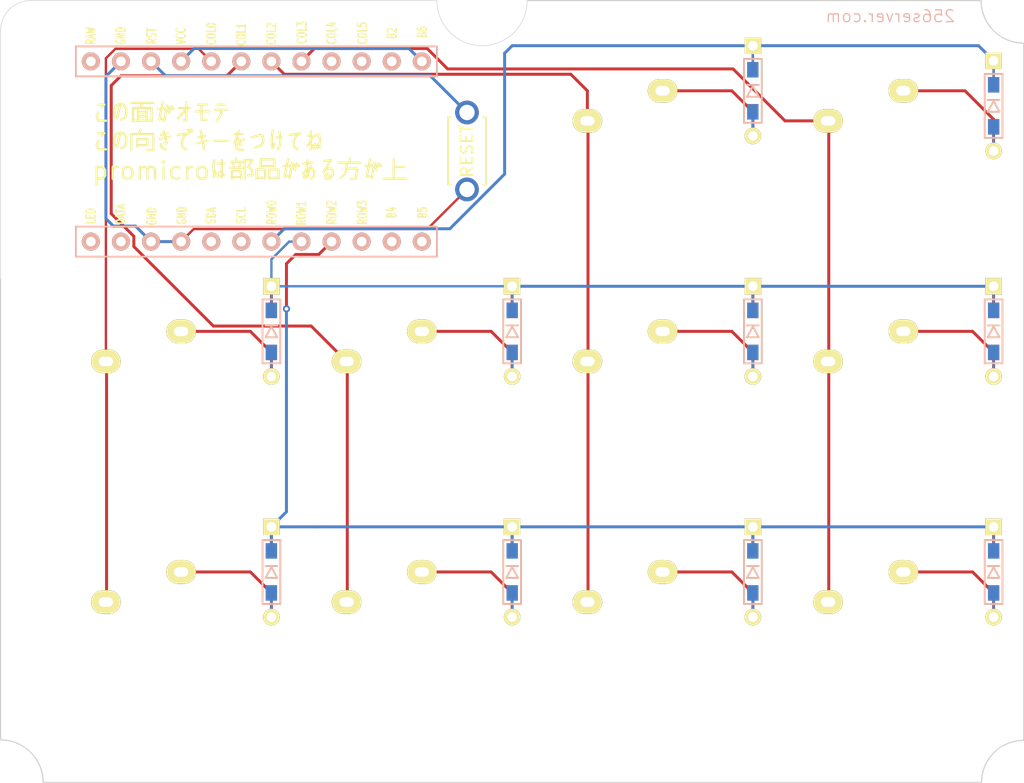
<source format=kicad_pcb>
(kicad_pcb (version 20221018) (generator pcbnew)
  (layers (0 "F.Cu" signal) (31 "B.Cu" signal) (34 "B.Paste" user) (35 "F.Paste" user) (36 "B.SilkS" user "B.Silkscreen") (37 "F.SilkS" user "F.Silkscreen") (38 "B.Mask" user) (39 "F.Mask" user) (44 "Edge.Cuts" user))
  (net 0 "")
  (net 1 "Row0")
  (net 2 "Net-(D1-A)")
  (net 3 "Net-(D2-A)")
  (net 4 "Row1")
  (net 5 "Net-(D3-A)")
  (net 6 "Net-(D4-A)")
  (net 7 "Net-(D5-A)")
  (net 8 "Net-(D6-A)")
  (net 9 "Row2")
  (net 10 "Net-(D7-A)")
  (net 11 "Net-(D8-A)")
  (net 12 "Net-(D9-A)")
  (net 13 "Net-(D10-A)")
  (net 14 "Col2")
  (net 15 "Col3")
  (net 16 "Col0")
  (net 17 "Col1")
  (net 19 "GND")
  (net 21 "VCC")
  (net 32 "Reset")
  (footprint "kbd:D3_TH_SMD" (layer "F.Cu") (at 200.66 119.38 -90)
    (fp_text reference "D10" hide)
    (fp_text value "D" hide)
    (pad "1" thru_hole rect (at -3.81 0 270) (size 1.397 1.397) (drill 0.8128) (layers "*.Cu" "*.Mask" "F.SilkS") (net 9 "Row2"))
    (pad "1" smd rect (at -1.775 0 270) (size 1.3 0.95) (layers "F.Cu" "F.Paste" "F.Mask") (net 9 "Row2"))
    (pad "1" smd rect (at -1.775 0 270) (size 1.3 0.95) (layers "B.Cu" "B.Paste" "B.Mask") (net 9 "Row2"))
    (pad "2" smd rect (at 1.775 0 270) (size 1.3 0.95) (layers "F.Cu" "F.Paste" "F.Mask") (net 13 "Net-(D10-A)"))
    (pad "2" smd rect (at 1.775 0 270) (size 1.3 0.95) (layers "B.Cu" "B.Paste" "B.Mask") (net 13 "Net-(D10-A)"))
    (pad "2" thru_hole circle (at 3.81 0 270) (size 1.397 1.397) (drill 0.8128) (layers "*.Cu" "*.Mask" "F.SilkS") (net 13 "Net-(D10-A)"))
  )
  (footprint "kbd:CherryMX_1u" (layer "F.Cu") (at 129.54 124.46)
    (fp_text reference "SW7" hide)
    (fp_text value "SW_Push" hide)
    (pad "" np_thru_hole circle (at -5.08 0 90) (size 1.9 1.9) (drill 1.9) (layers "*.Cu" "*.Mask"))
    (pad "" np_thru_hole circle (at 0 0 90) (size 4 4) (drill 4) (layers "*.Cu" "*.Mask"))
    (pad "" np_thru_hole circle (at 5.08 0 90) (size 1.9 1.9) (drill 1.9) (layers "*.Cu" "*.Mask"))
    (pad "1" thru_hole oval (at -3.81 -2.54) (size 2.5 2) (drill oval 1.2 0.8) (layers "*.Cu" "F.SilkS" "B.Mask") (net 16 "Col0"))
    (pad "2" thru_hole oval (at 2.54 -5.08) (size 2.5 2) (drill oval 1.2 0.8) (layers "*.Cu" "F.SilkS" "B.Mask") (net 10 "Net-(D7-A)"))
  )
  (footprint "kbd:CherryMX_1u" (layer "F.Cu") (at 190.5 83.82)
    (fp_text reference "SW2" hide)
    (fp_text value "SW_Push" hide)
    (pad "" np_thru_hole circle (at -5.08 0 90) (size 1.9 1.9) (drill 1.9) (layers "*.Cu" "*.Mask"))
    (pad "" np_thru_hole circle (at 0 0 90) (size 4 4) (drill 4) (layers "*.Cu" "*.Mask"))
    (pad "" np_thru_hole circle (at 5.08 0 90) (size 1.9 1.9) (drill 1.9) (layers "*.Cu" "*.Mask"))
    (pad "1" thru_hole oval (at -3.81 -2.54) (size 2.5 2) (drill oval 1.2 0.8) (layers "*.Cu" "F.SilkS" "B.Mask") (net 15 "Col3"))
    (pad "2" thru_hole oval (at 2.54 -5.08) (size 2.5 2) (drill oval 1.2 0.8) (layers "*.Cu" "F.SilkS" "B.Mask") (net 3 "Net-(D2-A)"))
  )
  (footprint "kbd:D3_TH_SMD" (layer "F.Cu") (at 180.34 78.74 -90)
    (fp_text reference "D1" hide)
    (fp_text value "D" hide)
    (pad "1" thru_hole rect (at -3.81 0 270) (size 1.397 1.397) (drill 0.8128) (layers "*.Cu" "*.Mask" "F.SilkS") (net 1 "Row0"))
    (pad "1" smd rect (at -1.775 0 270) (size 1.3 0.95) (layers "F.Cu" "F.Paste" "F.Mask") (net 1 "Row0"))
    (pad "1" smd rect (at -1.775 0 270) (size 1.3 0.95) (layers "B.Cu" "B.Paste" "B.Mask") (net 1 "Row0"))
    (pad "2" smd rect (at 1.775 0 270) (size 1.3 0.95) (layers "F.Cu" "F.Paste" "F.Mask") (net 2 "Net-(D1-A)"))
    (pad "2" smd rect (at 1.775 0 270) (size 1.3 0.95) (layers "B.Cu" "B.Paste" "B.Mask") (net 2 "Net-(D1-A)"))
    (pad "2" thru_hole circle (at 3.81 0 270) (size 1.397 1.397) (drill 0.8128) (layers "*.Cu" "*.Mask" "F.SilkS") (net 2 "Net-(D1-A)"))
  )
  (footprint "kbd:D3_TH_SMD" (layer "F.Cu") (at 200.66 80.01 -90)
    (fp_text reference "D2" hide)
    (fp_text value "D" hide)
    (pad "1" thru_hole rect (at -3.81 0 270) (size 1.397 1.397) (drill 0.8128) (layers "*.Cu" "*.Mask" "F.SilkS") (net 1 "Row0"))
    (pad "1" smd rect (at -1.775 0 270) (size 1.3 0.95) (layers "F.Cu" "F.Paste" "F.Mask") (net 1 "Row0"))
    (pad "1" smd rect (at -1.775 0 270) (size 1.3 0.95) (layers "B.Cu" "B.Paste" "B.Mask") (net 1 "Row0"))
    (pad "2" smd rect (at 1.775 0 270) (size 1.3 0.95) (layers "F.Cu" "F.Paste" "F.Mask") (net 3 "Net-(D2-A)"))
    (pad "2" smd rect (at 1.775 0 270) (size 1.3 0.95) (layers "B.Cu" "B.Paste" "B.Mask") (net 3 "Net-(D2-A)"))
    (pad "2" thru_hole circle (at 3.81 0 270) (size 1.397 1.397) (drill 0.8128) (layers "*.Cu" "*.Mask" "F.SilkS") (net 3 "Net-(D2-A)"))
  )
  (footprint "kbd:D3_TH_SMD" (layer "F.Cu") (at 180.34 99.06 -90)
    (fp_text reference "D5" hide)
    (fp_text value "D" hide)
    (pad "1" thru_hole rect (at -3.81 0 270) (size 1.397 1.397) (drill 0.8128) (layers "*.Cu" "*.Mask" "F.SilkS") (net 4 "Row1"))
    (pad "1" smd rect (at -1.775 0 270) (size 1.3 0.95) (layers "F.Cu" "F.Paste" "F.Mask") (net 4 "Row1"))
    (pad "1" smd rect (at -1.775 0 270) (size 1.3 0.95) (layers "B.Cu" "B.Paste" "B.Mask") (net 4 "Row1"))
    (pad "2" smd rect (at 1.775 0 270) (size 1.3 0.95) (layers "F.Cu" "F.Paste" "F.Mask") (net 7 "Net-(D5-A)"))
    (pad "2" smd rect (at 1.775 0 270) (size 1.3 0.95) (layers "B.Cu" "B.Paste" "B.Mask") (net 7 "Net-(D5-A)"))
    (pad "2" thru_hole circle (at 3.81 0 270) (size 1.397 1.397) (drill 0.8128) (layers "*.Cu" "*.Mask" "F.SilkS") (net 7 "Net-(D5-A)"))
  )
  (footprint "kbd:CherryMX_1u" (layer "F.Cu") (at 190.5 124.46)
    (fp_text reference "SW10" hide)
    (fp_text value "SW_Push" hide)
    (pad "" np_thru_hole circle (at -5.08 0 90) (size 1.9 1.9) (drill 1.9) (layers "*.Cu" "*.Mask"))
    (pad "" np_thru_hole circle (at 0 0 90) (size 4 4) (drill 4) (layers "*.Cu" "*.Mask"))
    (pad "" np_thru_hole circle (at 5.08 0 90) (size 1.9 1.9) (drill 1.9) (layers "*.Cu" "*.Mask"))
    (pad "1" thru_hole oval (at -3.81 -2.54) (size 2.5 2) (drill oval 1.2 0.8) (layers "*.Cu" "F.SilkS" "B.Mask") (net 15 "Col3"))
    (pad "2" thru_hole oval (at 2.54 -5.08) (size 2.5 2) (drill oval 1.2 0.8) (layers "*.Cu" "F.SilkS" "B.Mask") (net 13 "Net-(D10-A)"))
  )
  (footprint "kbd:D3_TH_SMD" (layer "F.Cu") (at 139.7 99.06 -90)
    (fp_text reference "D3" hide)
    (fp_text value "D" hide)
    (pad "1" thru_hole rect (at -3.81 0 270) (size 1.397 1.397) (drill 0.8128) (layers "*.Cu" "*.Mask" "F.SilkS") (net 4 "Row1"))
    (pad "1" smd rect (at -1.775 0 270) (size 1.3 0.95) (layers "F.Cu" "F.Paste" "F.Mask") (net 4 "Row1"))
    (pad "1" smd rect (at -1.775 0 270) (size 1.3 0.95) (layers "B.Cu" "B.Paste" "B.Mask") (net 4 "Row1"))
    (pad "2" smd rect (at 1.775 0 270) (size 1.3 0.95) (layers "F.Cu" "F.Paste" "F.Mask") (net 5 "Net-(D3-A)"))
    (pad "2" smd rect (at 1.775 0 270) (size 1.3 0.95) (layers "B.Cu" "B.Paste" "B.Mask") (net 5 "Net-(D3-A)"))
    (pad "2" thru_hole circle (at 3.81 0 270) (size 1.397 1.397) (drill 0.8128) (layers "*.Cu" "*.Mask" "F.SilkS") (net 5 "Net-(D3-A)"))
  )
  (footprint "kbd:D3_TH_SMD" (layer "F.Cu") (at 139.7 119.38 -90)
    (fp_text reference "D7" hide)
    (fp_text value "D" hide)
    (pad "1" thru_hole rect (at -3.81 0 270) (size 1.397 1.397) (drill 0.8128) (layers "*.Cu" "*.Mask" "F.SilkS") (net 9 "Row2"))
    (pad "1" smd rect (at -1.775 0 270) (size 1.3 0.95) (layers "F.Cu" "F.Paste" "F.Mask") (net 9 "Row2"))
    (pad "1" smd rect (at -1.775 0 270) (size 1.3 0.95) (layers "B.Cu" "B.Paste" "B.Mask") (net 9 "Row2"))
    (pad "2" smd rect (at 1.775 0 270) (size 1.3 0.95) (layers "F.Cu" "F.Paste" "F.Mask") (net 10 "Net-(D7-A)"))
    (pad "2" smd rect (at 1.775 0 270) (size 1.3 0.95) (layers "B.Cu" "B.Paste" "B.Mask") (net 10 "Net-(D7-A)"))
    (pad "2" thru_hole circle (at 3.81 0 270) (size 1.397 1.397) (drill 0.8128) (layers "*.Cu" "*.Mask" "F.SilkS") (net 10 "Net-(D7-A)"))
  )
  (footprint "kbd:CherryMX_1u" (layer "F.Cu") (at 170.18 83.82)
    (fp_text reference "SW1" hide)
    (fp_text value "SW_Push" hide)
    (pad "" np_thru_hole circle (at -5.08 0 90) (size 1.9 1.9) (drill 1.9) (layers "*.Cu" "*.Mask"))
    (pad "" np_thru_hole circle (at 0 0 90) (size 4 4) (drill 4) (layers "*.Cu" "*.Mask"))
    (pad "" np_thru_hole circle (at 5.08 0 90) (size 1.9 1.9) (drill 1.9) (layers "*.Cu" "*.Mask"))
    (pad "1" thru_hole oval (at -3.81 -2.54) (size 2.5 2) (drill oval 1.2 0.8) (layers "*.Cu" "F.SilkS" "B.Mask") (net 14 "Col2"))
    (pad "2" thru_hole oval (at 2.54 -5.08) (size 2.5 2) (drill oval 1.2 0.8) (layers "*.Cu" "F.SilkS" "B.Mask") (net 2 "Net-(D1-A)"))
  )
  (footprint "kbd:ResetSW_1side" (layer "F.Cu") (at 156.21 83.82 90)
    (fp_text reference "SW11" hide)
    (fp_text value "SW_Push")
    (fp_text user "RESET" (at 0 0 90) (layer "F.SilkS"))
    (pad "1" thru_hole circle (at 3.25 0 90) (size 2 2) (drill 1.3) (layers "*.Cu" "B.Mask") (net 32 "Reset"))
    (pad "2" thru_hole circle (at -3.25 0 90) (size 2 2) (drill 1.3) (layers "*.Cu" "B.Mask") (net 19 "GND"))
  )
  (footprint "kbd:D3_TH_SMD" (layer "F.Cu") (at 200.66 99.06 -90)
    (fp_text reference "D6" hide)
    (fp_text value "D" hide)
    (pad "1" thru_hole rect (at -3.81 0 270) (size 1.397 1.397) (drill 0.8128) (layers "*.Cu" "*.Mask" "F.SilkS") (net 4 "Row1"))
    (pad "1" smd rect (at -1.775 0 270) (size 1.3 0.95) (layers "F.Cu" "F.Paste" "F.Mask") (net 4 "Row1"))
    (pad "1" smd rect (at -1.775 0 270) (size 1.3 0.95) (layers "B.Cu" "B.Paste" "B.Mask") (net 4 "Row1"))
    (pad "2" smd rect (at 1.775 0 270) (size 1.3 0.95) (layers "F.Cu" "F.Paste" "F.Mask") (net 8 "Net-(D6-A)"))
    (pad "2" smd rect (at 1.775 0 270) (size 1.3 0.95) (layers "B.Cu" "B.Paste" "B.Mask") (net 8 "Net-(D6-A)"))
    (pad "2" thru_hole circle (at 3.81 0 270) (size 1.397 1.397) (drill 0.8128) (layers "*.Cu" "*.Mask" "F.SilkS") (net 8 "Net-(D6-A)"))
  )
  (footprint "kbd:CherryMX_1u" (layer "F.Cu") (at 190.5 104.14)
    (fp_text reference "SW6" hide)
    (fp_text value "SW_Push" hide)
    (pad "" np_thru_hole circle (at -5.08 0 90) (size 1.9 1.9) (drill 1.9) (layers "*.Cu" "*.Mask"))
    (pad "" np_thru_hole circle (at 0 0 90) (size 4 4) (drill 4) (layers "*.Cu" "*.Mask"))
    (pad "" np_thru_hole circle (at 5.08 0 90) (size 1.9 1.9) (drill 1.9) (layers "*.Cu" "*.Mask"))
    (pad "1" thru_hole oval (at -3.81 -2.54) (size 2.5 2) (drill oval 1.2 0.8) (layers "*.Cu" "F.SilkS" "B.Mask") (net 15 "Col3"))
    (pad "2" thru_hole oval (at 2.54 -5.08) (size 2.5 2) (drill oval 1.2 0.8) (layers "*.Cu" "F.SilkS" "B.Mask") (net 8 "Net-(D6-A)"))
  )
  (footprint "kbd:CherryMX_1u" (layer "F.Cu") (at 170.18 104.14)
    (fp_text reference "SW5" hide)
    (fp_text value "SW_Push" hide)
    (pad "" np_thru_hole circle (at -5.08 0 90) (size 1.9 1.9) (drill 1.9) (layers "*.Cu" "*.Mask"))
    (pad "" np_thru_hole circle (at 0 0 90) (size 4 4) (drill 4) (layers "*.Cu" "*.Mask"))
    (pad "" np_thru_hole circle (at 5.08 0 90) (size 1.9 1.9) (drill 1.9) (layers "*.Cu" "*.Mask"))
    (pad "1" thru_hole oval (at -3.81 -2.54) (size 2.5 2) (drill oval 1.2 0.8) (layers "*.Cu" "F.SilkS" "B.Mask") (net 14 "Col2"))
    (pad "2" thru_hole oval (at 2.54 -5.08) (size 2.5 2) (drill oval 1.2 0.8) (layers "*.Cu" "F.SilkS" "B.Mask") (net 7 "Net-(D5-A)"))
  )
  (footprint "kbd:CherryMX_1u" (layer "F.Cu") (at 129.54 104.14)
    (fp_text reference "SW3" hide)
    (fp_text value "SW_Push" hide)
    (pad "" np_thru_hole circle (at -5.08 0 90) (size 1.9 1.9) (drill 1.9) (layers "*.Cu" "*.Mask"))
    (pad "" np_thru_hole circle (at 0 0 90) (size 4 4) (drill 4) (layers "*.Cu" "*.Mask"))
    (pad "" np_thru_hole circle (at 5.08 0 90) (size 1.9 1.9) (drill 1.9) (layers "*.Cu" "*.Mask"))
    (pad "1" thru_hole oval (at -3.81 -2.54) (size 2.5 2) (drill oval 1.2 0.8) (layers "*.Cu" "F.SilkS" "B.Mask") (net 16 "Col0"))
    (pad "2" thru_hole oval (at 2.54 -5.08) (size 2.5 2) (drill oval 1.2 0.8) (layers "*.Cu" "F.SilkS" "B.Mask") (net 5 "Net-(D3-A)"))
  )
  (footprint "kbd:D3_TH_SMD" (layer "F.Cu") (at 160.02 119.38 -90)
    (fp_text reference "D8" hide)
    (fp_text value "D" hide)
    (pad "1" thru_hole rect (at -3.81 0 270) (size 1.397 1.397) (drill 0.8128) (layers "*.Cu" "*.Mask" "F.SilkS") (net 9 "Row2"))
    (pad "1" smd rect (at -1.775 0 270) (size 1.3 0.95) (layers "F.Cu" "F.Paste" "F.Mask") (net 9 "Row2"))
    (pad "1" smd rect (at -1.775 0 270) (size 1.3 0.95) (layers "B.Cu" "B.Paste" "B.Mask") (net 9 "Row2"))
    (pad "2" smd rect (at 1.775 0 270) (size 1.3 0.95) (layers "F.Cu" "F.Paste" "F.Mask") (net 11 "Net-(D8-A)"))
    (pad "2" smd rect (at 1.775 0 270) (size 1.3 0.95) (layers "B.Cu" "B.Paste" "B.Mask") (net 11 "Net-(D8-A)"))
    (pad "2" thru_hole circle (at 3.81 0 270) (size 1.397 1.397) (drill 0.8128) (layers "*.Cu" "*.Mask" "F.SilkS") (net 11 "Net-(D8-A)"))
  )
  (footprint "kbd:D3_TH_SMD" (layer "F.Cu") (at 160.02 99.06 -90)
    (fp_text reference "D4" hide)
    (fp_text value "D" hide)
    (pad "1" thru_hole rect (at -3.81 0 270) (size 1.397 1.397) (drill 0.8128) (layers "*.Cu" "*.Mask" "F.SilkS") (net 4 "Row1"))
    (pad "1" smd rect (at -1.775 0 270) (size 1.3 0.95) (layers "F.Cu" "F.Paste" "F.Mask") (net 4 "Row1"))
    (pad "1" smd rect (at -1.775 0 270) (size 1.3 0.95) (layers "B.Cu" "B.Paste" "B.Mask") (net 4 "Row1"))
    (pad "2" smd rect (at 1.775 0 270) (size 1.3 0.95) (layers "F.Cu" "F.Paste" "F.Mask") (net 6 "Net-(D4-A)"))
    (pad "2" smd rect (at 1.775 0 270) (size 1.3 0.95) (layers "B.Cu" "B.Paste" "B.Mask") (net 6 "Net-(D4-A)"))
    (pad "2" thru_hole circle (at 3.81 0 270) (size 1.397 1.397) (drill 0.8128) (layers "*.Cu" "*.Mask" "F.SilkS") (net 6 "Net-(D4-A)"))
  )
  (footprint "kbd:CherryMX_1u" (layer "F.Cu") (at 149.86 104.14)
    (fp_text reference "SW4" hide)
    (fp_text value "SW_Push" hide)
    (pad "" np_thru_hole circle (at -5.08 0 90) (size 1.9 1.9) (drill 1.9) (layers "*.Cu" "*.Mask"))
    (pad "" np_thru_hole circle (at 0 0 90) (size 4 4) (drill 4) (layers "*.Cu" "*.Mask"))
    (pad "" np_thru_hole circle (at 5.08 0 90) (size 1.9 1.9) (drill 1.9) (layers "*.Cu" "*.Mask"))
    (pad "1" thru_hole oval (at -3.81 -2.54) (size 2.5 2) (drill oval 1.2 0.8) (layers "*.Cu" "F.SilkS" "B.Mask") (net 17 "Col1"))
    (pad "2" thru_hole oval (at 2.54 -5.08) (size 2.5 2) (drill oval 1.2 0.8) (layers "*.Cu" "F.SilkS" "B.Mask") (net 6 "Net-(D4-A)"))
  )
  (footprint "kbd:CherryMX_1u" (layer "F.Cu") (at 170.18 124.46)
    (fp_text reference "SW9" hide)
    (fp_text value "SW_Push" hide)
    (pad "" np_thru_hole circle (at -5.08 0 90) (size 1.9 1.9) (drill 1.9) (layers "*.Cu" "*.Mask"))
    (pad "" np_thru_hole circle (at 0 0 90) (size 4 4) (drill 4) (layers "*.Cu" "*.Mask"))
    (pad "" np_thru_hole circle (at 5.08 0 90) (size 1.9 1.9) (drill 1.9) (layers "*.Cu" "*.Mask"))
    (pad "1" thru_hole oval (at -3.81 -2.54) (size 2.5 2) (drill oval 1.2 0.8) (layers "*.Cu" "F.SilkS" "B.Mask") (net 14 "Col2"))
    (pad "2" thru_hole oval (at 2.54 -5.08) (size 2.5 2) (drill oval 1.2 0.8) (layers "*.Cu" "F.SilkS" "B.Mask") (net 12 "Net-(D9-A)"))
  )
  (footprint "kbd:CherryMX_1u" (layer "F.Cu") (at 149.86 124.46)
    (fp_text reference "SW8" hide)
    (fp_text value "SW_Push" hide)
    (pad "" np_thru_hole circle (at -5.08 0 90) (size 1.9 1.9) (drill 1.9) (layers "*.Cu" "*.Mask"))
    (pad "" np_thru_hole circle (at 0 0 90) (size 4 4) (drill 4) (layers "*.Cu" "*.Mask"))
    (pad "" np_thru_hole circle (at 5.08 0 90) (size 1.9 1.9) (drill 1.9) (layers "*.Cu" "*.Mask"))
    (pad "1" thru_hole oval (at -3.81 -2.54) (size 2.5 2) (drill oval 1.2 0.8) (layers "*.Cu" "F.SilkS" "B.Mask") (net 17 "Col1"))
    (pad "2" thru_hole oval (at 2.54 -5.08) (size 2.5 2) (drill oval 1.2 0.8) (layers "*.Cu" "F.SilkS" "B.Mask") (net 11 "Net-(D8-A)"))
  )
  (footprint "kbd:D3_TH_SMD" (layer "F.Cu") (at 180.34 119.38 -90)
    (fp_text reference "D9" hide)
    (fp_text value "D" hide)
    (pad "1" thru_hole rect (at -3.81 0 270) (size 1.397 1.397) (drill 0.8128) (layers "*.Cu" "*.Mask" "F.SilkS") (net 9 "Row2"))
    (pad "1" smd rect (at -1.775 0 270) (size 1.3 0.95) (layers "F.Cu" "F.Paste" "F.Mask") (net 9 "Row2"))
    (pad "1" smd rect (at -1.775 0 270) (size 1.3 0.95) (layers "B.Cu" "B.Paste" "B.Mask") (net 9 "Row2"))
    (pad "2" smd rect (at 1.775 0 270) (size 1.3 0.95) (layers "F.Cu" "F.Paste" "F.Mask") (net 12 "Net-(D9-A)"))
    (pad "2" smd rect (at 1.775 0 270) (size 1.3 0.95) (layers "B.Cu" "B.Paste" "B.Mask") (net 12 "Net-(D9-A)"))
    (pad "2" thru_hole circle (at 3.81 0 270) (size 1.397 1.397) (drill 0.8128) (layers "*.Cu" "*.Mask" "F.SilkS") (net 12 "Net-(D9-A)"))
  )
  (footprint "kbd:ProMicro_v2_1side" (layer "B.Cu") (at 138.938 83.82 -90)
    (fp_text reference "U1" hide)
    (fp_text value "Micon_BLEMicroPro" hide)
    (fp_text user "" (at -0.5 17.25 90) (layer "B.SilkS") (effects (justify mirror)))
    (fp_text user "ROW1" (at 5.25 -3.302 -270) (layer "F.SilkS") (effects (font (size 0.75 0.5) (thickness 0.125))))
    (fp_text user "GND" (at 5.461 6.7945 -270) (layer "F.SilkS") (effects (font (size 0.75 0.5) (thickness 0.125))))
    (fp_text user "ROW2" (at 5.2 -5.85 -270) (layer "F.SilkS") (effects (font (size 0.75 0.5) (thickness 0.125))))
    (fp_text user "COL5" (at -9.95 -8.4455 -270) (layer "F.SilkS") (effects (font (size 0.75 0.5) (thickness 0.125))))
    (fp_text user "COL3" (at -10 -3.35 -270) (layer "F.SilkS") (effects (font (size 0.75 0.5) (thickness 0.125))))
    (fp_text user "SDA" (at 5.461 4.318 -270) (layer "F.SilkS") (effects (font (size 0.75 0.5) (thickness 0.125))))
    (fp_text user "B6" (at -10.05 -13.5 -270) (layer "F.SilkS") (effects (font (size 0.75 0.5) (thickness 0.125))))
    (fp_text user "B4" (at 5.2 -10.922 -270) (layer "F.SilkS") (effects (font (size 0.75 0.5) (thickness 0.125))))
    (fp_text user "DATA" (at 5.35 11.95 -270) (layer "F.SilkS") (effects (font (size 0.75 0.5) (thickness 0.125))))
    (fp_text user "COL2" (at -9.9 -0.762 -270) (layer "F.SilkS") (effects (font (size 0.75 0.5) (thickness 0.125))))
    (fp_text user "ROW3" (at 5.2 -8.4455 -270) (layer "F.SilkS") (effects (font (size 0.75 0.5) (thickness 0.125))))
    (fp_text user "COL1" (at -9.85 1.778 -270) (layer "F.SilkS") (effects (font (size 0.75 0.5) (thickness 0.125))))
    (fp_text user "COL0" (at -9.9 4.3 -270) (layer "F.SilkS") (effects (font (size 0.75 0.5) (thickness 0.125))))
    (fp_text user "B5" (at 5.2 -13.5255 -270) (layer "F.SilkS") (effects (font (size 0.75 0.5) (thickness 0.125))))
    (fp_text user "LED" (at 5.5 14.478 -270) (layer "F.SilkS") (effects (font (size 0.75 0.5) (thickness 0.125))))
    (fp_text user "COL4" (at -9.95 -5.85 -270) (layer "F.SilkS") (effects (font (size 0.75 0.5) (thickness 0.125))))
    (fp_text user "" (at -1.2065 16.256 90) (layer "F.SilkS"))
    (fp_text user "VCC" (at -9.7155 6.858 -270) (layer "F.SilkS") (effects (font (size 0.75 0.5) (thickness 0.125))))
    (fp_text user "RAW" (at -9.7155 14.478 -270) (layer "F.SilkS") (effects (font (size 0.75 0.5) (thickness 0.125))))
    (fp_text user "SCL" (at 5.461 1.778 -270) (layer "F.SilkS") (effects (font (size 0.75 0.5) (thickness 0.125))))
    (fp_text user "RST" (at -9.7155 9.3345 -270) (layer "F.SilkS") (effects (font (size 0.75 0.5) (thickness 0.125))))
    (fp_text user "GND" (at -9.7155 11.938 -270) (layer "F.SilkS") (effects (font (size 0.75 0.5) (thickness 0.125))))
    (fp_text user "GND" (at 5.5245 9.3345 -270) (layer "F.SilkS") (effects (font (size 0.75 0.5) (thickness 0.125))))
    (fp_text user "B2" (at -9.95 -10.95 -270) (layer "F.SilkS") (effects (font (size 0.75 0.5) (thickness 0.125))))
    (fp_text user "ROW0" (at 5.2 -0.8 -270) (layer "F.SilkS") (effects (font (size 0.75 0.5) (thickness 0.125))))
    (pad "1" thru_hole circle (at 7.6564 14.478 270) (size 1.524 1.524) (drill 0.8128) (layers "*.Cu" "B.SilkS" "F.Mask"))
    (pad "2" thru_hole circle (at 7.6564 11.938 270) (size 1.524 1.524) (drill 0.8128) (layers "*.Cu" "B.SilkS" "F.Mask"))
    (pad "3" thru_hole circle (at 7.6564 9.398 270) (size 1.524 1.524) (drill 0.8128) (layers "*.Cu" "B.SilkS" "F.Mask") (net 19 "GND"))
    (pad "4" thru_hole circle (at 7.6564 6.858 270) (size 1.524 1.524) (drill 0.8128) (layers "*.Cu" "B.SilkS" "F.Mask") (net 19 "GND"))
    (pad "5" thru_hole circle (at 7.6564 4.318 270) (size 1.524 1.524) (drill 0.8128) (layers "*.Cu" "B.SilkS" "F.Mask"))
    (pad "6" thru_hole circle (at 7.6564 1.778 270) (size 1.524 1.524) (drill 0.8128) (layers "*.Cu" "B.SilkS" "F.Mask"))
    (pad "7" thru_hole circle (at 7.6564 -0.762 270) (size 1.524 1.524) (drill 0.8128) (layers "*.Cu" "B.SilkS" "F.Mask") (net 1 "Row0"))
    (pad "8" thru_hole circle (at 7.6564 -3.302 270) (size 1.524 1.524) (drill 0.8128) (layers "*.Cu" "B.SilkS" "F.Mask") (net 4 "Row1"))
    (pad "9" thru_hole circle (at 7.6564 -5.842 270) (size 1.524 1.524) (drill 0.8128) (layers "*.Cu" "B.SilkS" "F.Mask") (net 9 "Row2"))
    (pad "10" thru_hole circle (at 7.6564 -8.382 270) (size 1.524 1.524) (drill 0.8128) (layers "*.Cu" "B.SilkS" "F.Mask"))
    (pad "11" thru_hole circle (at 7.6564 -10.922 270) (size 1.524 1.524) (drill 0.8128) (layers "*.Cu" "B.SilkS" "F.Mask"))
    (pad "12" thru_hole circle (at 7.6564 -13.462 270) (size 1.524 1.524) (drill 0.8128) (layers "*.Cu" "B.SilkS" "F.Mask"))
    (pad "13" thru_hole circle (at -7.5636 -13.462 270) (size 1.524 1.524) (drill 0.8128) (layers "*.Cu" "B.SilkS" "F.Mask"))
    (pad "14" thru_hole circle (at -7.5636 -10.922 270) (size 1.524 1.524) (drill 0.8128) (layers "*.Cu" "B.SilkS" "F.Mask"))
    (pad "15" thru_hole circle (at -7.5636 -8.382 270) (size 1.524 1.524) (drill 0.8128) (layers "*.Cu" "B.SilkS" "F.Mask"))
    (pad "16" thru_hole circle (at -7.5636 -5.842 270) (size 1.524 1.524) (drill 0.8128) (layers "*.Cu" "B.SilkS" "F.Mask"))
    (pad "17" thru_hole circle (at -7.5636 -3.302 270) (size 1.524 1.524) (drill 0.8128) (layers "*.Cu" "B.SilkS" "F.Mask") (net 15 "Col3"))
    (pad "18" thru_hole circle (at -7.5636 -0.762 270) (size 1.524 1.524) (drill 0.8128) (layers "*.Cu" "B.SilkS" "F.Mask") (net 14 "Col2"))
    (pad "19" thru_hole circle (at -7.5636 1.778 270) (size 1.524 1.524) (drill 0.8128) (layers "*.Cu" "B.SilkS" "F.Mask") (net 17 "Col1"))
    (pad "20" thru_hole circle (at -7.5636 4.318 270) (size 1.524 1.524) (drill 0.8128) (layers "*.Cu" "B.SilkS" "F.Mask") (net 16 "Col0"))
    (pad "21" thru_hole circle (at -7.5636 6.858 270) (size 1.524 1.524) (drill 0.8128) (layers "*.Cu" "B.SilkS" "F.Mask") (net 21 "VCC"))
    (pad "22" thru_hole circle (at -7.5636 9.398 270) (size 1.524 1.524) (drill 0.8128) (layers "*.Cu" "B.SilkS" "F.Mask") (net 32 "Reset"))
    (pad "23" thru_hole circle (at -7.5636 11.938 270) (size 1.524 1.524) (drill 0.8128) (layers "*.Cu" "B.SilkS" "F.Mask") (net 19 "GND"))
    (pad "24" thru_hole circle (at -7.5636 14.478 270) (size 1.524 1.524) (drill 0.8128) (layers "*.Cu" "B.SilkS" "F.Mask"))
  )
  (gr_line (start 123.19 74.9864) (end 153.67 74.9864) (stroke (width 0.1)) (layer "F.SilkS"))
  (gr_line (start 153.67 90.2064) (end 123.19 90.2064) (stroke (width 0.1)) (layer "F.SilkS"))
  (gr_line (start 123.19 92.7464) (end 123.19 90.2064) (stroke (width 0.1)) (layer "F.SilkS"))
  (gr_line (start 123.19 74.9864) (end 123.19 77.5264) (stroke (width 0.1)) (layer "F.SilkS"))
  (gr_line (start 153.67 90.2064) (end 153.67 92.7464) (stroke (width 0.1)) (layer "F.SilkS"))
  (gr_line (start 153.67 77.47) (end 123.19 77.47) (stroke (width 0.1)) (layer "F.SilkS"))
  (gr_line (start 153.67 77.5264) (end 153.67 74.9864) (stroke (width 0.1)) (layer "F.SilkS"))
  (gr_arc (start 119.38 134.62) (mid 120.15867 135.785362) (end 120.432102 137.16) (stroke (width 0.1)) (layer "Edge.Cuts"))
  (gr_line (start 116.84 94.615) (end 116.84 93.98) (stroke (width 0.05)) (layer "Edge.Cuts"))
  (gr_line (start 153.67 71.12) (end 119.38 71.12) (stroke (width 0.05)) (layer "Edge.Cuts"))
  (gr_line (start 199.644 137.16) (end 120.432102 137.16) (stroke (width 0.1)) (layer "Edge.Cuts"))
  (gr_line (start 203.2 78.74) (end 203.2 133.604) (stroke (width 0.1)) (layer "Edge.Cuts"))
  (gr_arc (start 161.29 71.12) (mid 160.174077 73.814077) (end 157.48 74.93) (stroke (width 0.05)) (layer "Edge.Cuts"))
  (gr_line (start 116.84 73.66) (end 116.84 93.98) (stroke (width 0.05)) (layer "Edge.Cuts"))
  (gr_line (start 196.85 71.12) (end 199.607898 71.12) (stroke (width 0.1)) (layer "Edge.Cuts"))
  (gr_line (start 116.84 133.567898) (end 116.84 94.615) (stroke (width 0.1)) (layer "Edge.Cuts"))
  (gr_arc (start 116.84 73.66) (mid 117.583949 71.863949) (end 119.38 71.12) (stroke (width 0.05)) (layer "Edge.Cuts"))
  (gr_arc (start 200.66 73.66) (mid 199.88133 72.494638) (end 199.607898 71.12) (stroke (width 0.1)) (layer "Edge.Cuts"))
  (gr_arc (start 203.2 74.712102) (mid 201.825362 74.43867) (end 200.66 73.66) (stroke (width 0.1)) (layer "Edge.Cuts"))
  (gr_arc (start 199.644 137.16) (mid 200.685528 134.645528) (end 203.2 133.604) (stroke (width 0.1)) (layer "Edge.Cuts"))
  (gr_line (start 196.85 71.12) (end 161.29 71.12) (stroke (width 0.1)) (layer "Edge.Cuts"))
  (gr_line (start 203.2 74.712102) (end 203.2 78.74) (stroke (width 0.1)) (layer "Edge.Cuts"))
  (gr_arc (start 116.84 133.567898) (mid 118.214638 133.84133) (end 119.38 134.62) (stroke (width 0.1)) (layer "Edge.Cuts"))
  (gr_arc (start 157.48 74.93) (mid 154.785923 73.814077) (end 153.67 71.12) (stroke (width 0.05)) (layer "Edge.Cuts"))
  (gr_text "256server.com" (at 197.485 73.025) (layer "B.SilkS") (effects (font (size 1 1) (thickness 0.1)) (justify left bottom mirror)))
  (gr_text "この面がオモテ\nこの向きでキーをつけてね\npromicroは部品がある方が上" (at 124.46 86.36) (layer "F.SilkS") (effects (font (size 1.5 1.5) (thickness 0.2)) (justify left bottom)))
  (segment (start 200.66 78.235) (end 200.66 76.2) (width 0.2) (layer "F.Cu") (net 1))
  (segment (start 180.34 76.965) (end 180.34 74.93) (width 0.2) (layer "F.Cu") (net 1))
  (segment (start 180.34 74.93) (end 160.02 74.93) (width 0.25) (layer "B.Cu") (net 1))
  (segment (start 180.34 76.965) (end 180.34 74.93) (width 0.2) (layer "B.Cu") (net 1))
  (segment (start 159.385 75.565) (end 159.385 85.768833) (width 0.25) (layer "B.Cu") (net 1))
  (segment (start 199.39 74.93) (end 200.66 76.2) (width 0.25) (layer "B.Cu") (net 1))
  (segment (start 200.66 78.235) (end 200.66 76.2) (width 0.2) (layer "B.Cu") (net 1))
  (segment (start 159.385 85.768833) (end 154.764433 90.3894) (width 0.25) (layer "B.Cu") (net 1))
  (segment (start 140.787 90.3894) (end 139.7 91.4764) (width 0.25) (layer "B.Cu") (net 1))
  (segment (start 154.764433 90.3894) (end 140.787 90.3894) (width 0.25) (layer "B.Cu") (net 1))
  (segment (start 180.34 74.93) (end 199.39 74.93) (width 0.25) (layer "B.Cu") (net 1))
  (segment (start 160.02 74.93) (end 159.385 75.565) (width 0.25) (layer "B.Cu") (net 1))
  (segment (start 178.565 78.74) (end 180.34 80.515) (width 0.25) (layer "F.Cu") (net 2))
  (segment (start 180.34 80.515) (end 180.34 82.55) (width 0.25) (layer "F.Cu") (net 2))
  (segment (start 172.72 78.74) (end 178.565 78.74) (width 0.25) (layer "F.Cu") (net 2))
  (segment (start 180.34 80.515) (end 180.34 82.55) (width 0.2) (layer "B.Cu") (net 2))
  (segment (start 198.25 78.74) (end 200.66 81.15) (width 0.25) (layer "F.Cu") (net 3))
  (segment (start 200.66 81.15) (end 200.66 83.185) (width 0.25) (layer "F.Cu") (net 3))
  (segment (start 193.04 78.74) (end 198.25 78.74) (width 0.25) (layer "F.Cu") (net 3))
  (segment (start 200.66 81.785) (end 200.66 83.82) (width 0.2) (layer "B.Cu") (net 3))
  (segment (start 200.66 95.25) (end 200.66 97.285) (width 0.25) (layer "F.Cu") (net 4))
  (segment (start 139.7 95.25) (end 139.7 97.285) (width 0.25) (layer "F.Cu") (net 4))
  (segment (start 160.02 95.25) (end 160.02 97.285) (width 0.25) (layer "F.Cu") (net 4))
  (segment (start 180.34 95.25) (end 180.34 97.285) (width 0.25) (layer "F.Cu") (net 4))
  (segment (start 160.02 95.25) (end 139.7 95.25) (width 0.2) (layer "B.Cu") (net 4))
  (segment (start 200.66 97.285) (end 200.66 95.25) (width 0.2) (layer "B.Cu") (net 4))
  (segment (start 180.34 97.285) (end 180.34 95.25) (width 0.2) (layer "B.Cu") (net 4))
  (segment (start 139.7 92.978295) (end 141.201895 91.4764) (width 0.2) (layer "B.Cu") (net 4))
  (segment (start 139.7 97.285) (end 139.7 95.25) (width 0.2) (layer "B.Cu") (net 4))
  (segment (start 141.201895 91.4764) (end 142.24 91.4764) (width 0.2) (layer "B.Cu") (net 4))
  (segment (start 180.34 95.25) (end 200.66 95.25) (width 0.25) (layer "B.Cu") (net 4))
  (segment (start 160.02 97.285) (end 160.02 95.25) (width 0.2) (layer "B.Cu") (net 4))
  (segment (start 139.7 95.25) (end 139.7 92.978295) (width 0.2) (layer "B.Cu") (net 4))
  (segment (start 160.02 95.25) (end 180.34 95.25) (width 0.25) (layer "B.Cu") (net 4))
  (segment (start 132.08 99.06) (end 137.925 99.06) (width 0.25) (layer "F.Cu") (net 5))
  (segment (start 137.925 99.06) (end 139.7 100.835) (width 0.25) (layer "F.Cu") (net 5))
  (segment (start 139.7 100.835) (end 139.7 102.87) (width 0.25) (layer "F.Cu") (net 5))
  (segment (start 139.7 100.835) (end 139.7 102.87) (width 0.2) (layer "B.Cu") (net 5))
  (segment (start 152.4 99.06) (end 158.245 99.06) (width 0.25) (layer "F.Cu") (net 6))
  (segment (start 158.245 99.06) (end 160.02 100.835) (width 0.25) (layer "F.Cu") (net 6))
  (segment (start 160.02 100.835) (end 160.02 102.87) (width 0.25) (layer "F.Cu") (net 6))
  (segment (start 160.02 100.835) (end 160.02 102.87) (width 0.2) (layer "B.Cu") (net 6))
  (segment (start 180.34 100.835) (end 180.34 102.87) (width 0.25) (layer "F.Cu") (net 7))
  (segment (start 178.565 99.06) (end 180.34 100.835) (width 0.25) (layer "F.Cu") (net 7))
  (segment (start 172.72 99.06) (end 178.565 99.06) (width 0.25) (layer "F.Cu") (net 7))
  (segment (start 180.34 100.835) (end 180.34 102.87) (width 0.2) (layer "B.Cu") (net 7))
  (segment (start 198.885 99.06) (end 200.66 100.835) (width 0.25) (layer "F.Cu") (net 8))
  (segment (start 193.04 99.06) (end 198.885 99.06) (width 0.25) (layer "F.Cu") (net 8))
  (segment (start 200.66 100.835) (end 200.66 102.87) (width 0.25) (layer "F.Cu") (net 8))
  (segment (start 200.66 100.835) (end 200.66 102.87) (width 0.2) (layer "B.Cu") (net 8))
  (segment (start 139.7 117.605) (end 139.7 115.57) (width 0.25) (layer "F.Cu") (net 9))
  (segment (start 140.97 93.345) (end 141.7516 92.5634) (width 0.25) (layer "F.Cu") (net 9))
  (segment (start 143.693 92.5634) (end 144.78 91.4764) (width 0.25) (layer "F.Cu") (net 9))
  (segment (start 200.66 115.57) (end 200.66 117.605) (width 0.25) (layer "F.Cu") (net 9))
  (segment (start 141.7516 92.5634) (end 143.693 92.5634) (width 0.25) (layer "F.Cu") (net 9))
  (segment (start 160.02 115.57) (end 160.02 117.605) (width 0.25) (layer "F.Cu") (net 9))
  (segment (start 140.97 97.155) (end 140.97 93.345) (width 0.25) (layer "F.Cu") (net 9))
  (segment (start 180.34 115.57) (end 180.34 117.605) (width 0.25) (layer "F.Cu") (net 9))
  (segment (start 139.7 115.57) (end 139.7 116.84) (width 0.25) (layer "F.Cu") (net 9))
  (via (at 140.97 97.155) (size 0.6) (drill 0.3) (layers "F.Cu" "B.Cu") (net 9))
  (segment (start 139.7 115.57) (end 139.7 117.605) (width 0.25) (layer "B.Cu") (net 9))
  (segment (start 143.51 115.57) (end 160.02 115.57) (width 0.25) (layer "B.Cu") (net 9))
  (segment (start 160.02 115.57) (end 160.02 117.605) (width 0.25) (layer "B.Cu") (net 9))
  (segment (start 180.34 115.57) (end 200.66 115.57) (width 0.25) (layer "B.Cu") (net 9))
  (segment (start 139.7 115.57) (end 140.97 114.3) (width 0.25) (layer "B.Cu") (net 9))
  (segment (start 160.02 115.57) (end 180.34 115.57) (width 0.25) (layer "B.Cu") (net 9))
  (segment (start 180.34 115.57) (end 180.34 117.605) (width 0.25) (layer "B.Cu") (net 9))
  (segment (start 140.97 114.3) (end 140.97 97.155) (width 0.25) (layer "B.Cu") (net 9))
  (segment (start 139.7 115.57) (end 143.51 115.57) (width 0.25) (layer "B.Cu") (net 9))
  (segment (start 200.66 117.605) (end 200.66 115.57) (width 0.2) (layer "B.Cu") (net 9))
  (segment (start 132.08 119.38) (end 137.925 119.38) (width 0.25) (layer "F.Cu") (net 10))
  (segment (start 137.925 119.38) (end 139.7 121.155) (width 0.25) (layer "F.Cu") (net 10))
  (segment (start 139.7 123.19) (end 139.7 121.155) (width 0.25) (layer "F.Cu") (net 10))
  (segment (start 139.7 121.155) (end 139.7 123.19) (width 0.2) (layer "B.Cu") (net 10))
  (segment (start 158.245 119.38) (end 160.02 121.155) (width 0.25) (layer "F.Cu") (net 11))
  (segment (start 152.4 119.38) (end 158.245 119.38) (width 0.25) (layer "F.Cu") (net 11))
  (segment (start 160.02 123.19) (end 160.02 121.155) (width 0.25) (layer "F.Cu") (net 11))
  (segment (start 160.02 121.155) (end 160.02 123.19) (width 0.2) (layer "B.Cu") (net 11))
  (segment (start 180.34 121.155) (end 180.34 123.19) (width 0.25) (layer "F.Cu") (net 12))
  (segment (start 172.72 119.38) (end 178.565 119.38) (width 0.25) (layer "F.Cu") (net 12))
  (segment (start 178.565 119.38) (end 180.34 121.155) (width 0.25) (layer "F.Cu") (net 12))
  (segment (start 180.34 121.155) (end 180.34 123.19) (width 0.2) (layer "B.Cu") (net 12))
  (segment (start 198.885 119.38) (end 200.66 121.155) (width 0.25) (layer "F.Cu") (net 13))
  (segment (start 200.66 121.155) (end 200.66 123.19) (width 0.25) (layer "F.Cu") (net 13))
  (segment (start 193.04 119.38) (end 198.885 119.38) (width 0.25) (layer "F.Cu") (net 13))
  (segment (start 200.66 121.155) (end 200.66 123.19) (width 0.2) (layer "B.Cu") (net 13))
  (segment (start 166.37 101.6) (end 166.425 101.655) (width 0.25) (layer "F.Cu") (net 14))
  (segment (start 166.425 121.865) (end 166.37 121.92) (width 0.25) (layer "F.Cu") (net 14))
  (segment (start 166.37 101.6) (end 166.425 101.545) (width 0.25) (layer "F.Cu") (net 14))
  (segment (start 166.37 78.74) (end 164.9734 77.3434) (width 0.25) (layer "F.Cu") (net 14))
  (segment (start 164.9734 77.3434) (end 140.787 77.3434) (width 0.25) (layer "F.Cu") (net 14))
  (segment (start 166.425 101.545) (end 166.425 81.335) (width 0.25) (layer "F.Cu") (net 14))
  (segment (start 166.37 81.28) (end 166.37 78.74) (width 0.25) (layer "F.Cu") (net 14))
  (segment (start 166.425 81.335) (end 166.37 81.28) (width 0.25) (layer "F.Cu") (net 14))
  (segment (start 140.787 77.3434) (end 139.7 76.2564) (width 0.25) (layer "F.Cu") (net 14))
  (segment (start 166.425 101.655) (end 166.425 121.865) (width 0.25) (layer "F.Cu") (net 14))
  (segment (start 186.69 81.28) (end 183.057448 81.28) (width 0.25) (layer "F.Cu") (net 15))
  (segment (start 186.69 81.28) (end 186.745 81.335) (width 0.25) (layer "F.Cu") (net 15))
  (segment (start 186.745 121.865) (end 186.745 101.655) (width 0.25) (layer "F.Cu") (net 15))
  (segment (start 186.745 101.655) (end 186.69 101.6) (width 0.25) (layer "F.Cu") (net 15))
  (segment (start 178.670848 76.8934) (end 154.574251 76.8934) (width 0.25) (layer "F.Cu") (net 15))
  (segment (start 183.057448 81.28) (end 178.670848 76.8934) (width 0.25) (layer "F.Cu") (net 15))
  (segment (start 154.574251 76.8934) (end 152.850251 75.1694) (width 0.25) (layer "F.Cu") (net 15))
  (segment (start 186.745 81.335) (end 186.745 101.545) (width 0.25) (layer "F.Cu") (net 15))
  (segment (start 186.745 101.545) (end 186.69 101.6) (width 0.25) (layer "F.Cu") (net 15))
  (segment (start 143.327 75.1694) (end 142.24 76.2564) (width 0.25) (layer "F.Cu") (net 15))
  (segment (start 186.69 121.92) (end 186.745 121.865) (width 0.25) (layer "F.Cu") (net 15))
  (segment (start 152.850251 75.1694) (end 143.327 75.1694) (width 0.25) (layer "F.Cu") (net 15))
  (segment (start 125.73 101.6) (end 125.785 101.655) (width 0.25) (layer "F.Cu") (net 16))
  (segment (start 126.5276 75.1944) (end 125.73 75.992) (width 0.2) (layer "F.Cu") (net 16))
  (segment (start 125.785 121.865) (end 125.73 121.92) (width 0.25) (layer "F.Cu") (net 16))
  (segment (start 125.785 101.655) (end 125.785 121.865) (width 0.25) (layer "F.Cu") (net 16))
  (segment (start 133.558 75.1944) (end 126.5276 75.1944) (width 0.2) (layer "F.Cu") (net 16))
  (segment (start 134.62 76.2564) (end 133.558 75.1944) (width 0.2) (layer "F.Cu") (net 16))
  (segment (start 125.73 75.992) (end 125.73 101.6) (width 0.2) (layer "F.Cu") (net 16))
  (segment (start 146.105 101.655) (end 146.05 101.6) (width 0.25) (layer "F.Cu") (net 17))
  (segment (start 126.18 89.119149) (end 128.087 91.026149) (width 0.25) (layer "F.Cu") (net 17))
  (segment (start 135.9464 77.47) (end 127 77.47) (width 0.25) (layer "F.Cu") (net 17))
  (segment (start 127 77.47) (end 126.18 78.29) (width 0.25) (layer "F.Cu") (net 17))
  (segment (start 126.18 78.29) (end 126.18 89.119149) (width 0.25) (layer "F.Cu") (net 17))
  (segment (start 146.05 121.92) (end 146.105 121.865) (width 0.25) (layer "F.Cu") (net 17))
  (segment (start 143.06 98.61) (end 146.05 101.6) (width 0.25) (layer "F.Cu") (net 17))
  (segment (start 137.16 76.2564) (end 135.9464 77.47) (width 0.25) (layer "F.Cu") (net 17))
  (segment (start 134.805 98.61) (end 143.06 98.61) (width 0.25) (layer "F.Cu") (net 17))
  (segment (start 128.087 91.892) (end 134.805 98.61) (width 0.25) (layer "F.Cu") (net 17))
  (segment (start 146.105 121.865) (end 146.105 101.655) (width 0.25) (layer "F.Cu") (net 17))
  (segment (start 128.087 91.026149) (end 128.087 91.892) (width 0.25) (layer "F.Cu") (net 17))
  (segment (start 156.21 87.07) (end 152.8656 90.4144) (width 0.2) (layer "F.Cu") (net 19))
  (segment (start 152.8656 90.4144) (end 133.142 90.4144) (width 0.2) (layer "F.Cu") (net 19))
  (segment (start 133.142 90.4144) (end 132.08 91.4764) (width 0.2) (layer "F.Cu") (net 19))
  (segment (start 129.54 91.4764) (end 128.2336 90.17) (width 0.25) (layer "B.Cu") (net 19))
  (segment (start 129.54 91.4764) (end 132.08 91.4764) (width 0.25) (layer "B.Cu") (net 19))
  (segment (start 125.73 77.5264) (end 127 76.2564) (width 0.25) (layer "B.Cu") (net 19))
  (segment (start 125.73 89.535) (end 125.73 77.5264) (width 0.25) (layer "B.Cu") (net 19))
  (segment (start 128.2336 90.17) (end 126.365 90.17) (width 0.25) (layer "B.Cu") (net 19))
  (segment (start 126.365 90.17) (end 125.73 89.535) (width 0.25) (layer "B.Cu") (net 19))
  (segment (start 133.167 75.1694) (end 132.08 76.2564) (width 0.25) (layer "B.Cu") (net 21))
  (segment (start 152.4 76.2564) (end 151.313 75.1694) (width 0.25) (layer "B.Cu") (net 21))
  (segment (start 151.313 75.1694) (end 133.167 75.1694) (width 0.25) (layer "B.Cu") (net 21))
  (segment (start 130.7536 77.47) (end 153.11 77.47) (width 0.25) (layer "B.Cu") (net 32))
  (segment (start 153.11 77.47) (end 156.21 80.57) (width 0.25) (layer "B.Cu") (net 32))
  (segment (start 129.54 76.2564) (end 130.7536 77.47) (width 0.25) (layer "B.Cu") (net 32))
)
</source>
